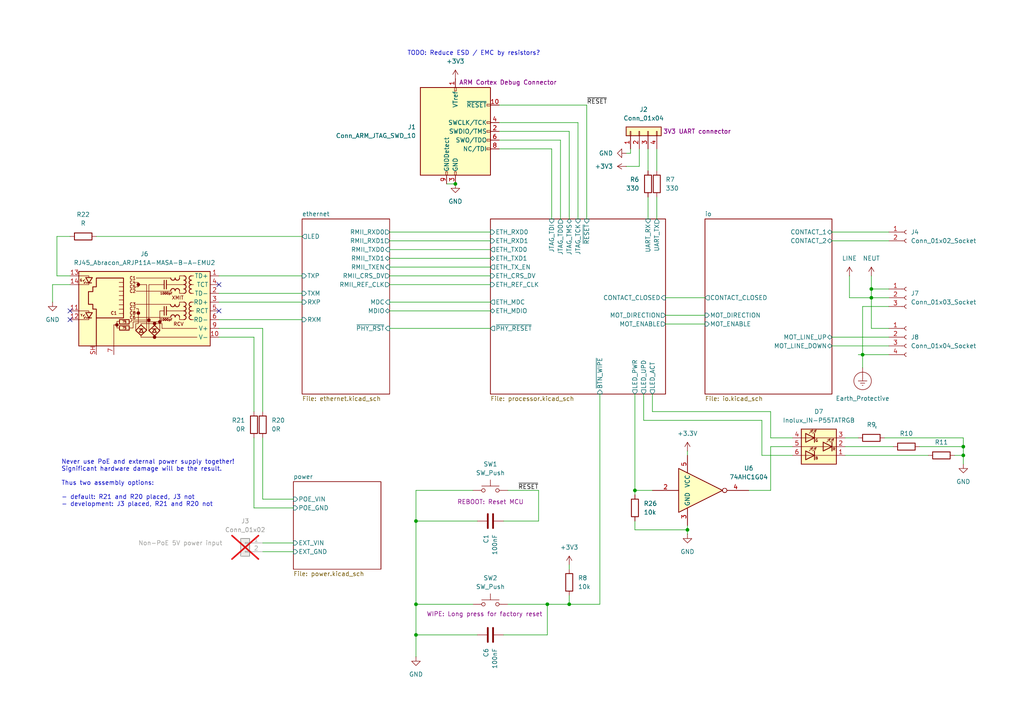
<source format=kicad_sch>
(kicad_sch (version 20250114) (generator "eeschema") (generator_version "9.0")
  (paper "A4")
  (title_block (title "iot-contact"))
  (lib_symbols
    (symbol "74xGxx:74AHC1G04"
      (property "Reference" "U" (at -2.54 3.81 0))
      (property "Value" "74AHC1G04" (at 0 -3.81 0))
      (symbol "74AHC1G04_0_1"
        (polyline (pts (xy -7.62 6.35) (xy -7.62 -6.35) (xy 5.08 0) (xy -7.62 6.35)) (stroke (width 0.254)) (fill (type background)))
      )
      (symbol "74AHC1G04_1_1"
        (pin input line (at -15.24 0 0) (length 7.62) (name "~") (number "2"))
        (pin power_in line (at -5.08 10.16 270) (length 5.08) (name "VCC") (number "5"))
        (pin power_in line (at -5.08 -10.16 90) (length 5.08) (name "GND") (number "3"))
        (pin output inverted (at 12.7 0 180) (length 7.62) (name "~") (number "4"))
      )
    )
    (symbol "Connector:Conn_01x02_Socket" (pin_names (offset 1.016) (hide yes))
      (property "Reference" "J" (at 0 2.54 0))
      (property "Value" "Conn_01x02_Socket" (at 0 -5.08 0))
      (symbol "Conn_01x02_Socket_1_1"
        (polyline (pts (xy -1.27 0) (xy -0.508 0)) (stroke (width 0.1524)))
        (polyline (pts (xy -1.27 -2.54) (xy -0.508 -2.54)) (stroke (width 0.1524)))
        (arc (start 0 -0.508) (mid -0.5058 0) (end 0 0.508) (stroke (width 0.1524)))
        (arc (start 0 -3.048) (mid -0.5058 -2.54) (end 0 -2.032) (stroke (width 0.1524)))
        (pin passive line (at -5.08 0 0) (length 3.81) (name "Pin_1") (number "1"))
        (pin passive line (at -5.08 -2.54 0) (length 3.81) (name "Pin_2") (number "2"))
      )
    )
    (symbol "Connector:Conn_01x03_Socket" (pin_names (offset 1.016) (hide yes))
      (property "Reference" "J" (at 0 5.08 0))
      (property "Value" "Conn_01x03_Socket" (at 0 -5.08 0))
      (symbol "Conn_01x03_Socket_1_1"
        (polyline (pts (xy -1.27 2.54) (xy -0.508 2.54)) (stroke (width 0.1524)))
        (polyline (pts (xy -1.27 0) (xy -0.508 0)) (stroke (width 0.1524)))
        (polyline (pts (xy -1.27 -2.54) (xy -0.508 -2.54)) (stroke (width 0.1524)))
        (arc (start 0 2.032) (mid -0.5058 2.54) (end 0 3.048) (stroke (width 0.1524)))
        (arc (start 0 -0.508) (mid -0.5058 0) (end 0 0.508) (stroke (width 0.1524)))
        (arc (start 0 -3.048) (mid -0.5058 -2.54) (end 0 -2.032) (stroke (width 0.1524)))
        (pin passive line (at -5.08 2.54 0) (length 3.81) (name "Pin_1") (number "1"))
        (pin passive line (at -5.08 0 0) (length 3.81) (name "Pin_2") (number "2"))
        (pin passive line (at -5.08 -2.54 0) (length 3.81) (name "Pin_3") (number "3"))
      )
    )
    (symbol "Connector:Conn_01x04_Socket" (pin_names (offset 1.016) (hide yes))
      (property "Reference" "J" (at 0 5.08 0))
      (property "Value" "Conn_01x04_Socket" (at 0 -7.62 0))
      (symbol "Conn_01x04_Socket_1_1"
        (polyline (pts (xy -1.27 2.54) (xy -0.508 2.54)) (stroke (width 0.1524)))
        (polyline (pts (xy -1.27 0) (xy -0.508 0)) (stroke (width 0.1524)))
        (polyline (pts (xy -1.27 -2.54) (xy -0.508 -2.54)) (stroke (width 0.1524)))
        (polyline (pts (xy -1.27 -5.08) (xy -0.508 -5.08)) (stroke (width 0.1524)))
        (arc (start 0 2.032) (mid -0.5058 2.54) (end 0 3.048) (stroke (width 0.1524)))
        (arc (start 0 -0.508) (mid -0.5058 0) (end 0 0.508) (stroke (width 0.1524)))
        (arc (start 0 -3.048) (mid -0.5058 -2.54) (end 0 -2.032) (stroke (width 0.1524)))
        (arc (start 0 -5.588) (mid -0.5058 -5.08) (end 0 -4.572) (stroke (width 0.1524)))
        (pin passive line (at -5.08 2.54 0) (length 3.81) (name "Pin_1") (number "1"))
        (pin passive line (at -5.08 0 0) (length 3.81) (name "Pin_2") (number "2"))
        (pin passive line (at -5.08 -2.54 0) (length 3.81) (name "Pin_3") (number "3"))
        (pin passive line (at -5.08 -5.08 0) (length 3.81) (name "Pin_4") (number "4"))
      )
    )
    (symbol "Connector:Conn_ARM_JTAG_SWD_10" (pin_names (offset 1.016))
      (property "Reference" "J" (at -2.54 16.51 0))
      (property "Value" "Conn_ARM_JTAG_SWD_10" (at -2.54 13.97 0))
      (symbol "Conn_ARM_JTAG_SWD_10_0_1"
        (rectangle (start -10.16 12.7) (end 10.16 -12.7) (stroke (width 0.254)) (fill (type background)))
        (rectangle (start -2.794 -12.7) (end -2.286 -11.684))
        (rectangle (start -0.254 12.7) (end 0.254 11.684))
        (rectangle (start -0.254 -12.7) (end 0.254 -11.684))
        (rectangle (start 9.144 2.286) (end 10.16 2.794))
        (rectangle (start 10.16 7.874) (end 9.144 7.366))
        (rectangle (start 10.16 -0.254) (end 9.144 0.254))
        (rectangle (start 10.16 -2.794) (end 9.144 -2.286))
      )
      (symbol "Conn_ARM_JTAG_SWD_10_1_1"
        (rectangle (start 9.144 -5.334) (end 10.16 -4.826))
        (pin no_connect line (at -10.16 0 0) (length 2.54) (hide yes) (name "KEY") (number "7"))
        (pin passive line (at -2.54 -15.24 90) (length 2.54) (name "GNDDetect") (number "9"))
        (pin power_in line (at 0 15.24 270) (length 2.54) (name "VTref") (number "1"))
        (pin power_in line (at 0 -15.24 90) (length 2.54) (name "GND") (number "3"))
        (pin passive line (at 0 -15.24 90) (length 2.54) (hide yes) (name "GND") (number "5"))
        (pin open_collector line (at 12.7 7.62 180) (length 2.54) (name "~{RESET}") (number "10"))
        (pin output line (at 12.7 2.54 180) (length 2.54) (name "SWCLK/TCK") (number "4"))
        (pin bidirectional line (at 12.7 0 180) (length 2.54) (name "SWDIO/TMS") (number "2"))
        (pin input line (at 12.7 -2.54 180) (length 2.54) (name "SWO/TDO") (number "6"))
        (pin output line (at 12.7 -5.08 180) (length 2.54) (name "NC/TDI") (number "8"))
      )
    )
    (symbol "Connector:RJ45_Abracon_ARJP11A-MASA-B-A-EMU2"
      (property "Reference" "J" (at 18.415 12.7 0))
      (property "Value" "RJ45_Abracon_ARJP11A-MASA-B-A-EMU2" (at -4.445 12.7 0))
      (symbol "RJ45_Abracon_ARJP11A-MASA-B-A-EMU2_0_0"
        (polyline (pts (xy -5.08 8.89) (xy -5.08 6.35)) (stroke (width 0.254)))
        (polyline (pts (xy -5.08 1.27) (xy -5.08 -1.27)) (stroke (width 0.254)))
        (polyline (pts (xy -4.445 8.89) (xy -4.445 6.35)) (stroke (width 0.254)))
        (polyline (pts (xy -4.445 1.27) (xy -4.445 -1.27)) (stroke (width 0.254)))
        (circle (center -3.175 -3.175) (radius 0.0001) (stroke (width 0.508)))
        (circle (center -1.651 -3.683) (radius 0.0001) (stroke (width 0.508)))
        (circle (center -1.651 -7.62) (radius 0.0001) (stroke (width 0.508)))
        (circle (center 0 -2.667) (radius 0.0001) (stroke (width 0.508)))
        (circle (center 3.048 7.62) (radius 0.0001) (stroke (width 0.508)))
        (circle (center 3.048 -0.635) (radius 0.0001) (stroke (width 0.508)))
        (polyline (pts (xy 3.683 8.255) (xy 3.048 8.255) (xy 3.048 6.985) (xy 3.683 6.985)))
        (polyline (pts (xy 3.683 0.635) (xy 3.048 0.635) (xy 3.048 -0.635) (xy 3.683 -0.635)))
        (polyline (pts (xy 8.636 -4.953) (xy 9.271 -4.953) (xy 9.271 -3.048) (xy 8.636 -3.048)))
        (polyline (pts (xy 9.271 -4.064) (xy 10.16 -4.064)))
        (circle (center 9.271 -4.064) (radius 0.0001) (stroke (width 0.508)))
        (polyline (pts (xy 17.399 9.652) (xy 17.399 10.16) (xy 20.32 10.16)))
        (polyline (pts (xy 17.399 -0.508) (xy 17.399 0) (xy 20.32 0)))
        (polyline (pts (xy 20.32 7.62) (xy 17.399 7.62) (xy 17.399 8.128)))
        (polyline (pts (xy 20.32 -2.54) (xy 17.399 -2.54) (xy 17.399 -2.032)))
        (text "XMIT" (at -10.16 3.81 0) (effects (font (size 1.016 1.016)) (justify left)))
        (text "RCV" (at -10.16 -3.81 0) (effects (font (size 1.016 1.016)) (justify left)))
        (text "C1" (at 4.699 9.525 0) (effects (font (size 0.889 0.889))))
        (text "C4" (at 4.699 8.255 0) (effects (font (size 0.889 0.889))))
        (text "C5" (at 4.699 6.985 0) (effects (font (size 0.889 0.889))))
        (text "C2" (at 4.699 5.715 0) (effects (font (size 0.889 0.889))))
        (text "C3" (at 4.699 1.905 0) (effects (font (size 0.889 0.889))))
        (text "C7" (at 4.699 0.635 0) (effects (font (size 0.889 0.889))))
        (text "C8" (at 4.699 -0.635 0) (effects (font (size 0.889 0.889))))
        (text "C6" (at 4.699 -1.905 0) (effects (font (size 0.889 0.889))))
        (text "C1" (at 10.16 -0.635 0) (effects (font (size 0.889 0.889))))
      )
      (symbol "RJ45_Abracon_ARJP11A-MASA-B-A-EMU2_0_1"
        (rectangle (start -17.78 11.43) (end 20.32 -10.16) (stroke (width 0.254)) (fill (type background)))
        (polyline (pts (xy -12.3163 10.16) (xy -12.9513 10.16)))
        (polyline (pts (xy -12.3163 7.62) (xy -12.9513 7.62)))
        (polyline (pts (xy -12.3163 5.08) (xy -12.9513 5.08)))
        (polyline (pts (xy -12.3163 2.54) (xy -12.9513 2.54)))
        (polyline (pts (xy -12.3163 0) (xy -12.9513 0)))
        (polyline (pts (xy -12.3163 -2.54) (xy -12.9513 -2.54)))
        (polyline (pts (xy -10.16 10.16) (xy -8.89 10.16) (xy -8.89 9.525)))
        (polyline (pts (xy -10.16 2.54) (xy -8.89 2.54) (xy -8.89 1.905)))
        (polyline (pts (xy -8.89 5.715) (xy -8.89 5.08) (xy -10.16 5.08)))
        (polyline (pts (xy -8.89 -1.905) (xy -8.89 -2.54) (xy -10.16 -2.54)))
        (polyline (pts (xy -6.35 9.525) (xy 3.683 9.525)))
        (polyline (pts (xy -6.35 5.715) (xy 3.683 5.715)))
        (polyline (pts (xy -6.35 -1.905) (xy 3.683 -1.905)))
        (polyline (pts (xy -6.223 1.905) (xy 3.683 1.905)))
        (polyline (pts (xy -5.08 7.62) (xy -10.16 7.62)))
        (polyline (pts (xy -5.08 0) (xy -10.16 0)))
        (polyline (pts (xy -4.445 7.62) (xy 0 7.62) (xy 0 -5.715)))
        (polyline (pts (xy -4.445 0) (xy -3.175 0) (xy -3.175 -5.715)))
        (polyline (pts (xy 7.366 5.715) (xy 8.636 5.715)))
        (polyline (pts (xy 7.366 4.445) (xy 8.636 4.445)))
        (polyline (pts (xy 7.366 3.175) (xy 8.636 3.175)))
        (polyline (pts (xy 7.366 1.778) (xy 8.636 1.778)))
        (polyline (pts (xy 7.366 0.508) (xy 8.636 0.508)))
        (polyline (pts (xy 8.636 8.255) (xy 7.366 8.255)))
        (polyline (pts (xy 8.636 6.985) (xy 7.366 6.985)))
        (polyline (pts (xy 8.636 -0.762) (xy 7.366 -0.762)))
      )
      (symbol "RJ45_Abracon_ARJP11A-MASA-B-A-EMU2_1_0"
        (text "1000pF" (at -5.08 5.08 0) (effects (font (size 0.635 0.635))))
        (text "1000pF" (at -5.08 -2.54 0) (effects (font (size 0.635 0.635))))
      )
      (symbol "RJ45_Abracon_ARJP11A-MASA-B-A-EMU2_1_1"
        (polyline (pts (xy -13.97 -5.08) (xy -3.81 -5.08)))
        (polyline (pts (xy -13.97 -7.62) (xy 2.286 -7.62)))
        (arc (start -12.3163 2.54) (mid -11.684 1.905) (end -12.3163 1.27) (stroke (width 0.254)))
        (arc (start -12.3136 10.16) (mid -11.6813 9.525) (end -12.3136 8.89) (stroke (width 0.254)))
        (arc (start -12.3136 1.27) (mid -11.6813 0.635) (end -12.3136 0) (stroke (width 0.254)))
        (arc (start -12.3136 0) (mid -11.6813 -0.635) (end -12.3136 -1.27) (stroke (width 0.254)))
        (arc (start -12.3136 -1.27) (mid -11.6813 -1.905) (end -12.3136 -2.54) (stroke (width 0.254)))
        (arc (start -12.3109 8.89) (mid -11.6786 8.255) (end -12.3109 7.62) (stroke (width 0.254)))
        (arc (start -12.3109 7.62) (mid -11.6786 6.985) (end -12.3109 6.35) (stroke (width 0.254)))
        (arc (start -12.3109 6.35) (mid -11.6786 5.715) (end -12.3109 5.08) (stroke (width 0.254)))
        (arc (start -10.1654 8.89) (mid -10.7977 9.525) (end -10.1654 10.16) (stroke (width 0.254)))
        (arc (start -10.1654 7.62) (mid -10.7977 8.255) (end -10.1654 8.89) (stroke (width 0.254)))
        (arc (start -10.1654 6.35) (mid -10.7977 6.985) (end -10.1654 7.62) (stroke (width 0.254)))
        (arc (start -10.1654 1.27) (mid -10.7977 1.905) (end -10.1654 2.54) (stroke (width 0.254)))
        (arc (start -10.1654 0) (mid -10.7977 0.635) (end -10.1654 1.27) (stroke (width 0.254)))
        (arc (start -10.1654 -1.27) (mid -10.7977 -0.635) (end -10.1654 0) (stroke (width 0.254)))
        (arc (start -10.1627 5.08) (mid -10.795 5.715) (end -10.1627 6.35) (stroke (width 0.254)))
        (arc (start -10.1627 -2.54) (mid -10.795 -1.905) (end -10.1627 -1.27) (stroke (width 0.254)))
        (arc (start -7.62 9.5223) (mid -8.255 8.89) (end -8.89 9.5223) (stroke (width 0.254)))
        (arc (start -8.89 5.8447) (mid -8.255 6.477) (end -7.62 5.8447) (stroke (width 0.254)))
        (arc (start -8.89 -1.7753) (mid -8.255 -1.143) (end -7.62 -1.7753) (stroke (width 0.254)))
        (arc (start -7.5565 1.8388) (mid -8.1915 1.2065) (end -8.8265 1.8388) (stroke (width 0.254)))
        (arc (start -6.35 9.525) (mid -6.985 8.8927) (end -7.62 9.525) (stroke (width 0.254)))
        (arc (start -7.62 5.8474) (mid -6.985 6.4797) (end -6.35 5.8474) (stroke (width 0.254)))
        (arc (start -7.62 -1.7726) (mid -6.985 -1.1403) (end -6.35 -1.7726) (stroke (width 0.254)))
        (arc (start -6.2865 1.8415) (mid -6.9215 1.2092) (end -7.5565 1.8415) (stroke (width 0.254)))
        (polyline (pts (xy -3.81 -5.08) (xy -3.81 -3.683) (xy -1.651 -3.683)))
        (polyline (pts (xy -2.159 -5.207) (xy -1.016 -5.207)) (stroke (width 0.254)))
        (polyline (pts (xy -2.159 -6.223) (xy -1.016 -6.223) (xy -1.651 -5.207) (xy -2.159 -6.223)) (stroke (width 0.254)))
        (polyline (pts (xy -1.905 -3.683) (xy -1.651 -3.683) (xy -1.651 -4.191)))
        (polyline (pts (xy -1.651 -3.683) (xy 2.286 -3.683) (xy 2.286 -4.064)))
        (polyline (pts (xy -1.651 -4.191) (xy -3.175 -5.715) (xy -1.651 -7.239) (xy 0 -5.715) (xy -1.651 -4.191)) (stroke (width 0.254)))
        (polyline (pts (xy -1.651 -7.239) (xy -1.651 -7.493)))
        (polyline (pts (xy 1.651 -5.207) (xy 2.794 -5.207)) (stroke (width 0.254)))
        (polyline (pts (xy 1.651 -6.223) (xy 2.794 -6.223) (xy 2.159 -5.207) (xy 1.651 -6.223)) (stroke (width 0.254)))
        (polyline (pts (xy 2.286 -4.064) (xy 0.635 -5.588) (xy 2.286 -7.112) (xy 3.81 -5.715) (xy 2.286 -4.064)) (stroke (width 0.254)))
        (polyline (pts (xy 2.286 -7.112) (xy 2.286 -7.62)))
        (polyline (pts (xy 3.048 7.62) (xy 0.635 7.62) (xy 0.635 -5.588)))
        (polyline (pts (xy 3.048 -0.508) (xy 3.048 -3.683) (xy 3.81 -3.683) (xy 3.81 -5.715)))
        (polyline (pts (xy 5.715 -3.175) (xy 5.08 -3.175) (xy 5.08 -2.667) (xy 0 -2.667)))
        (polyline (pts (xy 5.715 -4.953) (xy 4.572 -4.953) (xy 4.572 -3.175) (xy -3.175 -3.175)))
        (polyline (pts (xy 7.366 -2.032) (xy 7.366 9.525) (xy 15.24 9.525) (xy 15.24 6.985) (xy 16.256 6.985) (xy 16.256 5.588) (xy 17.526 5.588) (xy 17.526 1.905) (xy 16.256 1.905) (xy 16.256 0.508) (xy 15.24 0.508) (xy 15.24 -2.032) (xy 7.366 -2.032)) (stroke (width 0.254)))
        (rectangle (start 8.509 -3.81) (end 5.715 -2.54) (stroke (width 0.254)))
        (rectangle (start 8.509 -5.588) (end 5.715 -4.318) (stroke (width 0.254)))
        (polyline (pts (xy 10.16 -4.064) (xy 10.16 -10.16)))
        (polyline (pts (xy 15.24 -10.16) (xy 15.24 -2.032)) (stroke (width 0.254)))
        (polyline (pts (xy 18.161 8.128) (xy 16.637 8.128)) (stroke (width 0.254)))
        (polyline (pts (xy 18.161 -2.032) (xy 16.637 -2.032)) (stroke (width 0.254)))
        (polyline (pts (xy 18.288 9.652) (xy 16.383 9.652) (xy 17.399 8.128) (xy 18.288 9.652)) (stroke (width 0.254)))
        (polyline (pts (xy 18.288 8.509) (xy 18.796 8.001) (xy 18.542 8.001)))
        (polyline (pts (xy 18.288 -0.508) (xy 16.383 -0.508) (xy 17.399 -2.032) (xy 18.288 -0.508)) (stroke (width 0.254)))
        (polyline (pts (xy 18.288 -1.651) (xy 18.796 -2.159) (xy 18.542 -2.159)))
        (polyline (pts (xy 18.542 9.144) (xy 19.05 8.636) (xy 18.796 8.636)))
        (polyline (pts (xy 18.542 -1.016) (xy 19.05 -1.524) (xy 18.796 -1.524)))
        (polyline (pts (xy 18.796 8.001) (xy 18.796 8.255)))
        (polyline (pts (xy 18.796 -2.159) (xy 18.796 -1.905)))
        (polyline (pts (xy 19.05 8.636) (xy 19.05 8.89)))
        (polyline (pts (xy 19.05 -1.524) (xy 19.05 -1.27)))
        (text "75" (at 7.112 -3.175 0) (effects (font (size 0.635 0.635))))
        (text "75" (at 7.112 -4.953 0) (effects (font (size 0.635 0.635))))
        (text "Y" (at 19.558 -1.27 0) (effects (font (size 0.635 0.635))))
        (text "G" (at 19.685 8.89 0) (effects (font (size 0.635 0.635))))
        (pin passive line (at -20.32 10.16 0) (length 2.54) (name "TD+") (number "1"))
        (pin passive line (at -20.32 7.62 0) (length 2.54) (name "TCT") (number "4"))
        (pin passive line (at -20.32 5.08 0) (length 2.54) (name "TD-") (number "2"))
        (pin passive line (at -20.32 2.54 0) (length 2.54) (name "RD+") (number "3"))
        (pin passive line (at -20.32 0 0) (length 2.54) (name "RCT") (number "5"))
        (pin passive line (at -20.32 -2.54 0) (length 2.54) (name "RD-") (number "6"))
        (pin power_out line (at -20.32 -5.08 0) (length 2.54) (name "V+") (number "9"))
        (pin power_out line (at -20.32 -7.62 0) (length 2.54) (name "V-") (number "10"))
        (pin power_in line (at 10.16 -12.7 90) (length 2.54) (name "") (number "7"))
        (pin passive line (at 15.24 -12.7 90) (length 2.54) (name "") (number "SH"))
        (pin no_connect line (at 20.32 5.08 0) (length 0) (hide yes) (name "NC") (number "8"))
        (pin passive line (at 22.86 10.16 180) (length 2.54) (name "") (number "13"))
        (pin passive line (at 22.86 7.62 180) (length 2.54) (name "") (number "14"))
        (pin passive line (at 22.86 0 180) (length 2.54) (name "") (number "11"))
        (pin passive line (at 22.86 -2.54 180) (length 2.54) (name "") (number "12"))
      )
    )
    (symbol "Connector_Generic:Conn_01x02" (pin_names (offset 1.016) (hide yes))
      (property "Reference" "J" (at 0 2.54 0))
      (property "Value" "Conn_01x02" (at 0 -5.08 0))
      (symbol "Conn_01x02_1_1"
        (rectangle (start -1.27 1.27) (end 1.27 -3.81) (stroke (width 0.254)) (fill (type background)))
        (rectangle (start -1.27 0.127) (end 0 -0.127) (stroke (width 0.1524)))
        (rectangle (start -1.27 -2.413) (end 0 -2.667) (stroke (width 0.1524)))
        (pin passive line (at -5.08 0 0) (length 3.81) (name "Pin_1") (number "1"))
        (pin passive line (at -5.08 -2.54 0) (length 3.81) (name "Pin_2") (number "2"))
      )
    )
    (symbol "Connector_Generic:Conn_01x04" (pin_names (offset 1.016) (hide yes))
      (property "Reference" "J" (at 0 5.08 0))
      (property "Value" "Conn_01x04" (at 0 -7.62 0))
      (symbol "Conn_01x04_1_1"
        (rectangle (start -1.27 3.81) (end 1.27 -6.35) (stroke (width 0.254)) (fill (type background)))
        (rectangle (start -1.27 2.667) (end 0 2.413) (stroke (width 0.1524)))
        (rectangle (start -1.27 0.127) (end 0 -0.127) (stroke (width 0.1524)))
        (rectangle (start -1.27 -2.413) (end 0 -2.667) (stroke (width 0.1524)))
        (rectangle (start -1.27 -4.953) (end 0 -5.207) (stroke (width 0.1524)))
        (pin passive line (at -5.08 2.54 0) (length 3.81) (name "Pin_1") (number "1"))
        (pin passive line (at -5.08 0 0) (length 3.81) (name "Pin_2") (number "2"))
        (pin passive line (at -5.08 -2.54 0) (length 3.81) (name "Pin_3") (number "3"))
        (pin passive line (at -5.08 -5.08 0) (length 3.81) (name "Pin_4") (number "4"))
      )
    )
    (symbol "Device:C" (pin_numbers (hide yes)) (pin_names (offset 0.254))
      (property "Reference" "C" (at 0.635 2.54 0))
      (property "Value" "C" (at 0.635 -2.54 0))
      (symbol "C_0_1"
        (polyline (pts (xy -2.032 0.762) (xy 2.032 0.762)) (stroke (width 0.508)))
        (polyline (pts (xy -2.032 -0.762) (xy 2.032 -0.762)) (stroke (width 0.508)))
      )
      (symbol "C_1_1"
        (pin passive line (at 0 3.81 270) (length 2.794) (name "~") (number "1"))
        (pin passive line (at 0 -3.81 90) (length 2.794) (name "~") (number "2"))
      )
    )
    (symbol "Device:R" (pin_numbers (hide yes)) (pin_names (offset 0))
      (property "Reference" "R" (at 2.032 0 90))
      (property "Value" "R" (at 0 0 90))
      (symbol "R_0_1"
        (rectangle (start -1.016 -2.54) (end 1.016 2.54) (stroke (width 0.254)))
      )
      (symbol "R_1_1"
        (pin passive line (at 0 3.81 270) (length 1.27) (name "~") (number "1"))
        (pin passive line (at 0 -3.81 90) (length 1.27) (name "~") (number "2"))
      )
    )
    (symbol "LED:Inolux_IN-P55TATRGB" (pin_names (hide yes))
      (property "Reference" "D" (at -5.08 6.35 0))
      (property "Value" "Inolux_IN-P55TATRGB" (at -5.08 -6.35 0))
      (symbol "Inolux_IN-P55TATRGB_0_0"
        (text "B" (at -0.635 -3.3274 0) (effects (font (size 0.762 0.762))))
      )
      (symbol "Inolux_IN-P55TATRGB_0_1"
        (rectangle (start -5.08 5.08) (end 5.08 -5.08) (stroke (width 0.254)) (fill (type background)))
        (polyline (pts (xy -5.08 2.54) (xy 5.08 2.54)))
        (polyline (pts (xy -5.08 0) (xy 5.08 0)))
        (polyline (pts (xy -5.08 -2.54) (xy 5.08 -2.54)))
        (polyline (pts (xy -3.81 3.81) (xy -3.81 1.27) (xy -1.27 2.54) (xy -3.81 3.81)) (stroke (width 0.254)))
        (polyline (pts (xy -3.81 -1.27) (xy -3.81 -3.81) (xy -1.27 -2.54) (xy -3.81 -1.27)) (stroke (width 0.254)))
        (polyline (pts (xy -2.794 3.81) (xy -1.778 4.826)))
        (polyline (pts (xy -2.794 -1.27) (xy -1.778 -0.254)))
        (polyline (pts (xy -2.54 4.572) (xy -1.778 4.826) (xy -2.032 4.064)))
        (polyline (pts (xy -2.032 -1.016) (xy -1.778 -0.254) (xy -2.54 -0.508)))
        (polyline (pts (xy -1.778 3.81) (xy -0.762 4.826)))
        (polyline (pts (xy -1.778 -1.27) (xy -0.762 -0.254)))
        (polyline (pts (xy -1.524 4.572) (xy -0.762 4.826) (xy -1.016 4.064)))
        (polyline (pts (xy -1.524 -0.508) (xy -0.762 -0.254) (xy -1.016 -1.016)))
        (polyline (pts (xy -1.27 3.81) (xy -1.27 1.27)) (stroke (width 0.254)))
        (polyline (pts (xy -1.27 -1.27) (xy -1.27 -3.81)) (stroke (width 0.254)))
        (polyline (pts (xy 1.27 1.27) (xy 1.27 -1.27) (xy 3.81 0) (xy 1.27 1.27)) (stroke (width 0.254)))
        (polyline (pts (xy 2.286 1.27) (xy 3.302 2.286)))
        (polyline (pts (xy 3.048 1.524) (xy 3.302 2.286) (xy 2.54 2.032)))
        (polyline (pts (xy 3.302 1.27) (xy 4.318 2.286)))
        (polyline (pts (xy 3.556 2.032) (xy 4.318 2.286) (xy 4.064 1.524)))
        (polyline (pts (xy 3.81 1.27) (xy 3.81 -1.27)) (stroke (width 0.254)))
      )
      (symbol "Inolux_IN-P55TATRGB_1_0"
        (text "G" (at -0.635 1.8034 0) (effects (font (size 0.762 0.762))))
        (text "R" (at 4.4196 -0.7112 0) (effects (font (size 0.762 0.762))))
      )
      (symbol "Inolux_IN-P55TATRGB_1_1"
        (pin passive line (at -7.62 2.54 0) (length 2.54) (name "AG") (number "4"))
        (pin passive line (at -7.62 0 0) (length 2.54) (name "AR") (number "5"))
        (pin passive line (at -7.62 -2.54 0) (length 2.54) (name "AB") (number "6"))
        (pin passive line (at 7.62 2.54 180) (length 2.54) (name "KG") (number "3"))
        (pin passive line (at 7.62 0 180) (length 2.54) (name "KR") (number "2"))
        (pin passive line (at 7.62 -2.54 180) (length 2.54) (name "KB") (number "1"))
      )
    )
    (symbol "Switch:SW_Push" (pin_numbers (hide yes)) (pin_names (offset 1.016) (hide yes))
      (property "Reference" "SW" (at 1.27 2.54 0))
      (property "Value" "SW_Push" (at 0 -1.524 0))
      (symbol "SW_Push_0_1"
        (circle (center -2.032 0) (radius 0.508))
        (polyline (pts (xy 0 1.27) (xy 0 3.048)))
        (circle (center 2.032 0) (radius 0.508))
        (polyline (pts (xy 2.54 1.27) (xy -2.54 1.27)))
        (pin passive line (at -5.08 0 0) (length 2.54) (name "1") (number "1"))
        (pin passive line (at 5.08 0 180) (length 2.54) (name "2") (number "2"))
      )
    )
    (symbol "power:+3.3V" (power) (pin_numbers (hide yes)) (pin_names (offset 0) (hide yes))
      (property "Value" "+3.3V" (at 0 3.556 0))
      (symbol "+3.3V_0_1"
        (polyline (pts (xy -0.762 1.27) (xy 0 2.54)))
        (polyline (pts (xy 0 2.54) (xy 0.762 1.27)))
        (polyline (pts (xy 0 0) (xy 0 2.54)))
      )
      (symbol "+3.3V_1_1"
        (pin power_in line (at 0 0 90) (length 0) (name "~") (number "1"))
      )
    )
    (symbol "power:+3V3" (power) (pin_numbers (hide yes)) (pin_names (offset 0) (hide yes))
      (property "Value" "+3V3" (at 0 3.556 0))
      (symbol "+3V3_0_1"
        (polyline (pts (xy -0.762 1.27) (xy 0 2.54)))
        (polyline (pts (xy 0 2.54) (xy 0.762 1.27)))
        (polyline (pts (xy 0 0) (xy 0 2.54)))
      )
      (symbol "+3V3_1_1"
        (pin power_in line (at 0 0 90) (length 0) (name "~") (number "1"))
      )
    )
    (symbol "power:Earth_Protective" (power) (pin_numbers (hide yes)) (pin_names (offset 0) (hide yes))
      (property "Value" "Earth_Protective" (at 0 -7.62 0))
      (symbol "Earth_Protective_0_1"
        (polyline (pts (xy -0.635 -4.445) (xy 0.635 -4.445)))
        (polyline (pts (xy -0.127 -5.08) (xy 0.127 -5.08)))
        (polyline (pts (xy 0 -3.81) (xy 0 0)))
        (circle (center 0 -3.81) (radius 2.54))
        (polyline (pts (xy 1.27 -3.81) (xy -1.27 -3.81)))
      )
      (symbol "Earth_Protective_1_1"
        (pin power_in line (at 0 0 270) (length 0) (name "~") (number "1"))
      )
    )
    (symbol "power:GND" (power) (pin_numbers (hide yes)) (pin_names (offset 0) (hide yes))
      (property "Value" "GND" (at 0 -3.81 0))
      (symbol "GND_0_1"
        (polyline (pts (xy 0 0) (xy 0 -1.27) (xy 1.27 -1.27) (xy 0 -2.54) (xy -1.27 -1.27) (xy 0 -1.27)))
      )
      (symbol "GND_1_1"
        (pin power_in line (at 0 0 270) (length 0) (name "~") (number "1"))
      )
    )
    (symbol "power:LINE" (power) (pin_numbers (hide yes)) (pin_names (offset 0) (hide yes))
      (property "Value" "LINE" (at 0 3.556 0))
      (symbol "LINE_0_1"
        (polyline (pts (xy -0.762 1.27) (xy 0 2.54)))
        (polyline (pts (xy 0 2.54) (xy 0.762 1.27)))
        (polyline (pts (xy 0 0) (xy 0 2.54)))
      )
      (symbol "LINE_1_1"
        (pin power_in line (at 0 0 90) (length 0) (name "~") (number "1"))
      )
    )
    (symbol "power:NEUT" (power) (pin_numbers (hide yes)) (pin_names (offset 0) (hide yes))
      (property "Value" "NEUT" (at 0 3.556 0))
      (symbol "NEUT_0_1"
        (polyline (pts (xy -0.762 1.27) (xy 0 2.54)))
        (polyline (pts (xy 0 2.54) (xy 0.762 1.27)))
        (polyline (pts (xy 0 0) (xy 0 2.54)))
      )
      (symbol "NEUT_1_1"
        (pin power_in line (at 0 0 90) (length 0) (name "~") (number "1"))
      )
    )
  )
  (text "Never use PoE and external power supply together!\nSignificant hardware damage will be the result.\n\nThus two assembly options:\n\n- default: R21 and R20 placed, J3 not\n- development: J3 placed, R21 and R20 not" (at 17.78 140.208 0) (effects (font (size 1.27 1.27)) (justify left)))
  (text "TODO: Reduce ESD / EMC by resistors?" (at 137.414 15.494 0) (effects (font (size 1.27 1.27))))
  (junction (at 199.39 153.67))
  (junction (at 120.65 184.15))
  (junction (at 250.19 102.87))
  (junction (at 120.65 175.26))
  (junction (at 279.4 129.54))
  (junction (at 165.1 175.26))
  (junction (at 184.15 142.24))
  (junction (at 120.65 151.13))
  (junction (at 158.75 175.26))
  (junction (at 252.73 86.36))
  (junction (at 279.4 132.08))
  (junction (at 252.73 83.82))
  (junction (at 132.08 53.34))
  (no_connect (at 63.5 90.17))
  (no_connect (at 63.5 82.55))
  (no_connect (at 20.32 90.17))
  (no_connect (at 20.32 92.71))
  (wire (pts (xy 162.56 40.64) (xy 162.56 63.5)))
  (wire (pts (xy 184.15 142.24) (xy 189.23 142.24)))
  (wire (pts (xy 190.5 57.15) (xy 190.5 63.5)))
  (wire (pts (xy 220.98 121.92) (xy 220.98 132.08)))
  (wire (pts (xy 120.65 175.26) (xy 137.16 175.26)))
  (wire (pts (xy 120.65 175.26) (xy 120.65 184.15)))
  (wire (pts (xy 241.3 97.79) (xy 257.81 97.79)))
  (wire (pts (xy 257.81 95.25) (xy 252.73 95.25)))
  (wire (pts (xy 113.03 69.85) (xy 142.24 69.85)))
  (wire (pts (xy 76.2 127) (xy 76.2 144.78)))
  (wire (pts (xy 217.17 142.24) (xy 223.52 142.24)))
  (wire (pts (xy 223.52 127) (xy 229.87 127)))
  (wire (pts (xy 250.19 102.87) (xy 248.92 102.87)))
  (wire (pts (xy 241.3 67.31) (xy 257.81 67.31)))
  (wire (pts (xy 113.03 74.93) (xy 142.24 74.93)))
  (wire (pts (xy 266.7 129.54) (xy 279.4 129.54)))
  (wire (pts (xy 146.05 151.13) (xy 156.21 151.13)))
  (wire (pts (xy 185.42 48.26) (xy 181.61 48.26)))
  (wire (pts (xy 158.75 184.15) (xy 158.75 175.26)))
  (wire (pts (xy 245.11 127) (xy 248.92 127)))
  (wire (pts (xy 252.73 86.36) (xy 257.81 86.36)))
  (wire (pts (xy 199.39 153.67) (xy 199.39 154.94)))
  (wire (pts (xy 147.32 175.26) (xy 158.75 175.26)))
  (wire (pts (xy 113.03 95.25) (xy 142.24 95.25)))
  (wire (pts (xy 220.98 132.08) (xy 229.87 132.08)))
  (wire (pts (xy 279.4 132.08) (xy 279.4 134.62)))
  (wire (pts (xy 252.73 95.25) (xy 252.73 86.36)))
  (wire (pts (xy 20.32 82.55) (xy 15.24 82.55)))
  (wire (pts (xy 144.78 35.56) (xy 167.64 35.56)))
  (wire (pts (xy 165.1 175.26) (xy 158.75 175.26)))
  (wire (pts (xy 193.04 86.36) (xy 204.47 86.36)))
  (wire (pts (xy 144.78 30.48) (xy 170.18 30.48)))
  (wire (pts (xy 223.52 129.54) (xy 229.87 129.54)))
  (wire (pts (xy 246.38 86.36) (xy 252.73 86.36)))
  (wire (pts (xy 170.18 30.48) (xy 170.18 63.5)))
  (wire (pts (xy 16.51 68.58) (xy 16.51 80.01)))
  (wire (pts (xy 173.99 114.3) (xy 173.99 175.26)))
  (wire (pts (xy 27.94 68.58) (xy 87.63 68.58)))
  (wire (pts (xy 120.65 142.24) (xy 120.65 151.13)))
  (wire (pts (xy 184.15 142.24) (xy 184.15 143.51)))
  (wire (pts (xy 184.15 114.3) (xy 184.15 142.24)))
  (wire (pts (xy 113.03 77.47) (xy 142.24 77.47)))
  (wire (pts (xy 223.52 119.38) (xy 223.52 127)))
  (wire (pts (xy 241.3 69.85) (xy 257.81 69.85)))
  (wire (pts (xy 186.69 114.3) (xy 186.69 121.92)))
  (wire (pts (xy 129.54 53.34) (xy 132.08 53.34)))
  (wire (pts (xy 189.23 119.38) (xy 223.52 119.38)))
  (wire (pts (xy 16.51 80.01) (xy 20.32 80.01)))
  (wire (pts (xy 144.78 40.64) (xy 162.56 40.64)))
  (wire (pts (xy 279.4 129.54) (xy 279.4 132.08)))
  (wire (pts (xy 73.66 97.79) (xy 73.66 119.38)))
  (wire (pts (xy 184.15 153.67) (xy 199.39 153.67)))
  (wire (pts (xy 276.86 132.08) (xy 279.4 132.08)))
  (wire (pts (xy 181.61 44.45) (xy 182.88 44.45)))
  (wire (pts (xy 252.73 83.82) (xy 257.81 83.82)))
  (wire (pts (xy 199.39 152.4) (xy 199.39 153.67)))
  (wire (pts (xy 187.96 57.15) (xy 187.96 63.5)))
  (wire (pts (xy 63.5 95.25) (xy 76.2 95.25)))
  (wire (pts (xy 120.65 151.13) (xy 120.65 175.26)))
  (wire (pts (xy 63.5 92.71) (xy 87.63 92.71)))
  (wire (pts (xy 189.23 114.3) (xy 189.23 119.38)))
  (wire (pts (xy 250.19 102.87) (xy 250.19 88.9)))
  (wire (pts (xy 185.42 43.18) (xy 185.42 48.26)))
  (wire (pts (xy 252.73 83.82) (xy 252.73 86.36)))
  (wire (pts (xy 144.78 43.18) (xy 160.02 43.18)))
  (wire (pts (xy 120.65 151.13) (xy 138.43 151.13)))
  (wire (pts (xy 223.52 142.24) (xy 223.52 129.54)))
  (wire (pts (xy 165.1 163.83) (xy 165.1 165.1)))
  (wire (pts (xy 187.96 43.18) (xy 187.96 49.53)))
  (wire (pts (xy 165.1 172.72) (xy 165.1 175.26)))
  (wire (pts (xy 182.88 44.45) (xy 182.88 43.18)))
  (wire (pts (xy 120.65 184.15) (xy 120.65 190.5)))
  (wire (pts (xy 76.2 160.02) (xy 85.09 160.02)))
  (wire (pts (xy 165.1 38.1) (xy 165.1 63.5)))
  (wire (pts (xy 113.03 67.31) (xy 142.24 67.31)))
  (wire (pts (xy 256.54 127) (xy 279.4 127)))
  (wire (pts (xy 73.66 127) (xy 73.66 147.32)))
  (wire (pts (xy 63.5 97.79) (xy 73.66 97.79)))
  (wire (pts (xy 190.5 43.18) (xy 190.5 49.53)))
  (wire (pts (xy 193.04 91.44) (xy 204.47 91.44)))
  (wire (pts (xy 76.2 144.78) (xy 85.09 144.78)))
  (wire (pts (xy 113.03 80.01) (xy 142.24 80.01)))
  (wire (pts (xy 173.99 175.26) (xy 165.1 175.26)))
  (wire (pts (xy 167.64 35.56) (xy 167.64 63.5)))
  (wire (pts (xy 246.38 80.01) (xy 246.38 86.36)))
  (wire (pts (xy 63.5 80.01) (xy 87.63 80.01)))
  (wire (pts (xy 184.15 151.13) (xy 184.15 153.67)))
  (wire (pts (xy 250.19 102.87) (xy 257.81 102.87)))
  (wire (pts (xy 250.19 106.68) (xy 250.19 102.87)))
  (wire (pts (xy 113.03 87.63) (xy 142.24 87.63)))
  (wire (pts (xy 113.03 90.17) (xy 142.24 90.17)))
  (wire (pts (xy 144.78 38.1) (xy 165.1 38.1)))
  (wire (pts (xy 250.19 88.9) (xy 257.81 88.9)))
  (wire (pts (xy 252.73 80.01) (xy 252.73 83.82)))
  (wire (pts (xy 160.02 43.18) (xy 160.02 63.5)))
  (wire (pts (xy 76.2 157.48) (xy 85.09 157.48)))
  (wire (pts (xy 113.03 82.55) (xy 142.24 82.55)))
  (wire (pts (xy 120.65 142.24) (xy 137.16 142.24)))
  (wire (pts (xy 186.69 121.92) (xy 220.98 121.92)))
  (wire (pts (xy 245.11 129.54) (xy 259.08 129.54)))
  (wire (pts (xy 193.04 93.98) (xy 204.47 93.98)))
  (wire (pts (xy 73.66 147.32) (xy 85.09 147.32)))
  (wire (pts (xy 241.3 100.33) (xy 257.81 100.33)))
  (wire (pts (xy 279.4 127) (xy 279.4 129.54)))
  (wire (pts (xy 199.39 130.81) (xy 199.39 132.08)))
  (wire (pts (xy 147.32 142.24) (xy 156.21 142.24)))
  (wire (pts (xy 20.32 68.58) (xy 16.51 68.58)))
  (wire (pts (xy 146.05 184.15) (xy 158.75 184.15)))
  (wire (pts (xy 113.03 72.39) (xy 142.24 72.39)))
  (wire (pts (xy 15.24 82.55) (xy 15.24 87.63)))
  (wire (pts (xy 76.2 95.25) (xy 76.2 119.38)))
  (wire (pts (xy 138.43 184.15) (xy 120.65 184.15)))
  (wire (pts (xy 63.5 85.09) (xy 87.63 85.09)))
  (wire (pts (xy 245.11 132.08) (xy 269.24 132.08)))
  (wire (pts (xy 156.21 151.13) (xy 156.21 142.24)))
  (wire (pts (xy 63.5 87.63) (xy 87.63 87.63)))
  (label "~{RESET}" (at 170.18 30.48 0))
  (label "~{RESET}" (at 156.21 142.24 180))
  (symbol (lib_id "Device:R") (at 273.05 132.08 270) (unit 1)
    (property "Reference" "R11" (at 273.05 128.27 90))
    (property "Description" "Resistor" (effects (hide yes)))
  )
  (symbol (lib_id "Connector:RJ45_Abracon_ARJP11A-MASA-B-A-EMU2") (at 43.18 90.17 0) (mirror y) (unit 1)
    (property "Reference" "J6" (at 41.91 73.66 0))
    (property "Value" "RJ45_Abracon_ARJP11A-MASA-B-A-EMU2" (at 41.91 76.2 0))
    (property "Footprint" "Connector_RJ:RJ45_Abracon_ARJP11A-MA_Horizontal" (effects (hide yes)))
    (property "Datasheet" "https://abracon.com/Magnetics/lan/ARJP11A.PDF" (effects (hide yes)))
    (property "Description" "RJ45 PoE 10/100 Base-TX Jack with Magnetic Module" (effects (hide yes)))
  )
  (symbol (lib_id "Switch:SW_Push") (at 142.24 142.24 0) (mirror y) (unit 1)
    (property "Reference" "SW1" (at 142.24 134.62 0))
    (property "Value" "SW_Push" (at 142.24 137.16 0))
    (property "Footprint" "Button_Switch_SMD:SW_SPST_TL3305B" (effects (hide yes)))
    (property "Datasheet" "https://www.e-switch.com/wp-content/uploads/2024/08/TL3305.pdf" (effects (hide yes)))
    (property "Description" "REBOOT: Reset MCU" (at 132.588 145.542 0) (effects (justify right)))
    (property "MPN" "TL3305BF260QG" (effects (hide yes)))
    (property "Manufacturer" "E-Switch" (effects (hide yes)))
  )
  (symbol (lib_id "Connector:Conn_01x04_Socket") (at 262.89 97.79 0) (unit 1)
    (property "Reference" "J8" (at 264.16 97.7899 0) (effects (justify left)))
    (property "Value" "Conn_01x04_Socket" (at 264.16 100.3299 0) (effects (justify left)))
    (property "Footprint" "TerminalBlock_WAGO:TerminalBlock_WAGO_236-404_1x04_P5.00mm_45Degree" (effects (hide yes)))
    (property "Description" "Generic connector, single row, 01x04, script generated" (effects (hide yes)))
  )
  (symbol (lib_id "Device:R") (at 76.2 123.19 0) (unit 1)
    (property "Reference" "R20" (at 78.74 121.9199 0) (effects (justify left)))
    (property "Value" "0R" (at 78.74 124.4599 0) (effects (justify left)))
    (property "Description" "Resistor" (effects (hide yes)))
  )
  (symbol (lib_id "Device:R") (at 190.5 53.34 0) (unit 1)
    (property "Reference" "R7" (at 193.04 52.0699 0) (effects (justify left)))
    (property "Value" "330" (at 193.04 54.6099 0) (effects (justify left)))
    (property "Description" "Resistor" (effects (hide yes)))
  )
  (symbol (lib_id "Switch:SW_Push") (at 142.24 175.26 0) (mirror y) (unit 1)
    (property "Reference" "SW2" (at 142.24 167.64 0))
    (property "Value" "SW_Push" (at 142.24 170.18 0))
    (property "Footprint" "Button_Switch_SMD:SW_SPST_TL3305B" (effects (hide yes)))
    (property "Datasheet" "https://www.e-switch.com/wp-content/uploads/2024/08/TL3305.pdf" (effects (hide yes)))
    (property "Description" "WIPE: Long press for factory reset" (at 123.698 178.054 0) (effects (justify right)))
    (property "MPN" "TL3305BF260QG" (effects (hide yes)))
    (property "Manufacturer" "E-Switch" (effects (hide yes)))
  )
  (symbol (lib_id "Connector_Generic:Conn_01x04") (at 185.42 38.1 90) (unit 1)
    (property "Reference" "J2" (at 186.69 31.75 90))
    (property "Value" "Conn_01x04" (at 186.69 34.29 90))
    (property "Footprint" "Connector_PinHeader_2.54mm:PinHeader_1x04_P2.54mm_Vertical" (effects (hide yes)))
    (property "Description" "3V3 UART connector" (at 202.184 38.1 90))
  )
  (symbol (lib_id "LED:Inolux_IN-P55TATRGB") (at 237.49 129.54 0) (unit 1)
    (property "Reference" "D7" (at 237.49 119.38 0))
    (property "Value" "Inolux_IN-P55TATRGB" (at 237.49 121.92 0))
    (property "Footprint" "LED_SMD:LED_Inolux_IN-P55TATRGB_PLCC6_5.0x5.5mm_P1.8mm" (effects (hide yes)))
    (property "Datasheet" "https://www.inolux-corp.com/datasheet/SMDLED/RGB%20Top%20View/IN-P55TATRGB.pdf" (effects (hide yes)))
    (property "Description" "Inolux RGB LED, PLCC-6" (effects (hide yes)))
  )
  (symbol (lib_id "Device:R") (at 73.66 123.19 0) (unit 1)
    (property "Reference" "R21" (at 71.12 121.9199 0) (effects (justify right)))
    (property "Value" "0R" (at 71.12 124.4599 0) (effects (justify right)))
    (property "Description" "Resistor" (effects (hide yes)))
  )
  (symbol (lib_id "74xGxx:74AHC1G04") (at 204.47 142.24 0) (unit 1)
    (property "Reference" "U6" (at 217.17 135.8198 0))
    (property "Value" "74AHC1G04" (at 217.17 138.3598 0))
    (property "Datasheet" "http://www.ti.com/lit/sg/scyt129e/scyt129e.pdf" (effects (hide yes)))
    (property "Description" "Single NOT Gate, Low-Voltage CMOS" (effects (hide yes)))
  )
  (symbol (lib_id "Connector:Conn_01x03_Socket") (at 262.89 86.36 0) (unit 1)
    (property "Reference" "J7" (at 264.16 85.0899 0) (effects (justify left)))
    (property "Value" "Conn_01x03_Socket" (at 264.16 87.6299 0) (effects (justify left)))
    (property "Footprint" "TerminalBlock_WAGO:TerminalBlock_WAGO_236-403_1x03_P5.00mm_45Degree" (effects (hide yes)))
    (property "Description" "Generic connector, single row, 01x03, script generated" (effects (hide yes)))
  )
  (symbol (lib_id "power:GND") (at 199.39 154.94 0) (unit 1)
    (property "Reference" "#PWR039" (effects (hide yes)))
    (property "Value" "GND" (at 199.39 160.02 0))
    (property "Description" "Power symbol creates a global label with name \"GND\" , ground" (effects (hide yes)))
  )
  (symbol (lib_id "Device:R") (at 165.1 168.91 0) (unit 1)
    (property "Reference" "R8" (at 167.64 167.6399 0) (effects (justify left)))
    (property "Value" "10k" (at 167.64 170.1799 0) (effects (justify left)))
    (property "Description" "Resistor" (effects (hide yes)))
  )
  (symbol (lib_id "power:NEUT") (at 252.73 80.01 0) (unit 1)
    (property "Reference" "#PWR027" (effects (hide yes)))
    (property "Value" "NEUT" (at 252.73 74.93 0))
    (property "Description" "Power symbol creates a global label with name \"NEUT\"" (effects (hide yes)))
  )
  (symbol (lib_id "Connector:Conn_ARM_JTAG_SWD_10") (at 132.08 38.1 0) (unit 1)
    (property "Reference" "J1" (at 120.65 36.8299 0) (effects (justify right)))
    (property "Value" "Conn_ARM_JTAG_SWD_10" (at 120.65 39.3699 0) (effects (justify right)))
    (property "Datasheet" "https://mm.digikey.com/Volume0/opasdata/d220001/medias/docus/6209/ftsh-1xx-xx-xxx-dv-xxx-xxx-x-xx-mkt.pdf" (effects (hide yes)))
    (property "Description" "ARM Cortex Debug Connector" (at 147.32 23.876 0))
    (property "MPN" "FTSH-105-01-L-DV-007-K-TR" (effects (hide yes)))
    (property "Manufacturer" "samtec" (effects (hide yes)))
  )
  (symbol (lib_id "power:+3.3V") (at 199.39 130.81 0) (unit 1)
    (property "Reference" "#PWR040" (effects (hide yes)))
    (property "Value" "+3.3V" (at 199.39 125.73 0))
    (property "Description" "Power symbol creates a global label with name \"+3.3V\"" (effects (hide yes)))
  )
  (symbol (lib_id "Connector_Generic:Conn_01x02") (at 71.12 157.48 0) (mirror y) (unit 1) (dnp yes)
    (property "Reference" "J3" (at 71.12 151.13 0))
    (property "Value" "Conn_01x02" (at 71.12 153.67 0))
    (property "Footprint" "Connector_PinHeader_2.54mm:PinHeader_1x02_P2.54mm_Vertical" (effects (hide yes)))
    (property "Description" "Non-PoE 5V power input" (at 52.324 157.48 0))
  )
  (symbol (lib_id "power:GND") (at 120.65 190.5 0) (unit 1)
    (property "Reference" "#PWR04" (effects (hide yes)))
    (property "Value" "GND" (at 120.65 195.58 0))
    (property "Description" "Power symbol creates a global label with name \"GND\" , ground" (effects (hide yes)))
  )
  (symbol (lib_id "power:+3V3") (at 181.61 48.26 90) (unit 1)
    (property "Reference" "#PWR06" (effects (hide yes)))
    (property "Value" "+3V3" (at 177.8 48.2599 90) (effects (justify left)))
    (property "Description" "Power symbol creates a global label with name \"+3V3\"" (effects (hide yes)))
  )
  (symbol (lib_id "power:+3V3") (at 165.1 163.83 0) (unit 1)
    (property "Reference" "#PWR013" (effects (hide yes)))
    (property "Value" "+3V3" (at 165.1 158.75 0))
    (property "Description" "Power symbol creates a global label with name \"+3V3\"" (effects (hide yes)))
  )
  (symbol (lib_id "Device:R") (at 252.73 127 90) (unit 1)
    (property "Reference" "R9" (at 252.73 123.19 90))
    (property "Value" "~" (at 253.9999 124.46 0) (effects (justify left)))
    (property "Description" "Resistor" (effects (hide yes)))
  )
  (symbol (lib_id "Device:R") (at 187.96 53.34 0) (mirror y) (unit 1)
    (property "Reference" "R6" (at 185.42 52.0699 0) (effects (justify left)))
    (property "Value" "330" (at 185.42 54.6099 0) (effects (justify left)))
    (property "Description" "Resistor" (effects (hide yes)))
  )
  (symbol (lib_id "power:GND") (at 132.08 53.34 0) (unit 1)
    (property "Reference" "#PWR02" (effects (hide yes)))
    (property "Value" "GND" (at 132.08 58.42 0))
    (property "Description" "Power symbol creates a global label with name \"GND\" , ground" (effects (hide yes)))
  )
  (symbol (lib_id "Device:R") (at 184.15 147.32 0) (unit 1)
    (property "Reference" "R26" (at 186.69 146.0499 0) (effects (justify left)))
    (property "Value" "10k" (at 186.69 148.5899 0) (effects (justify left)))
    (property "Description" "Resistor" (effects (hide yes)))
  )
  (symbol (lib_id "power:GND") (at 279.4 134.62 0) (unit 1)
    (property "Reference" "#PWR03" (effects (hide yes)))
    (property "Value" "GND" (at 279.4 139.7 0))
    (property "Description" "Power symbol creates a global label with name \"GND\" , ground" (effects (hide yes)))
  )
  (symbol (lib_id "power:Earth_Protective") (at 250.19 106.68 0) (unit 1)
    (property "Reference" "#PWR028" (effects (hide yes)))
    (property "Value" "Earth_Protective" (at 250.19 115.57 0))
    (property "Description" "Power symbol creates a global label with name \"Earth_Protective\"" (effects (hide yes)))
  )
  (symbol (lib_id "Connector:Conn_01x02_Socket") (at 262.89 67.31 0) (unit 1)
    (property "Reference" "J4" (at 264.16 67.3099 0) (effects (justify left)))
    (property "Value" "Conn_01x02_Socket" (at 264.16 69.8499 0) (effects (justify left)))
    (property "Footprint" "TerminalBlock_WAGO:TerminalBlock_WAGO_236-402_1x02_P5.00mm_45Degree" (effects (hide yes)))
    (property "Description" "Generic connector, single row, 01x02, script generated" (effects (hide yes)))
  )
  (symbol (lib_id "power:GND") (at 181.61 44.45 270) (unit 1)
    (property "Reference" "#PWR05" (effects (hide yes)))
    (property "Value" "GND" (at 177.8 44.4499 90) (effects (justify right)))
    (property "Description" "Power symbol creates a global label with name \"GND\" , ground" (effects (hide yes)))
  )
  (symbol (lib_id "Device:C") (at 142.24 151.13 90) (mirror x) (unit 1)
    (property "Reference" "C1" (at 140.9699 154.94 0) (effects (justify left)))
    (property "Value" "100nF" (at 143.5099 154.94 0) (effects (justify left)))
    (property "Description" "Unpolarized capacitor" (effects (hide yes)))
  )
  (symbol (lib_id "Device:C") (at 142.24 184.15 90) (mirror x) (unit 1)
    (property "Reference" "C6" (at 140.9699 187.96 0) (effects (justify left)))
    (property "Value" "100nF" (at 143.5099 187.96 0) (effects (justify left)))
    (property "Description" "Unpolarized capacitor" (effects (hide yes)))
  )
  (symbol (lib_id "power:GND") (at 15.24 87.63 0) (unit 1)
    (property "Reference" "#PWR08" (effects (hide yes)))
    (property "Value" "GND" (at 15.24 92.71 0))
    (property "Description" "Power symbol creates a global label with name \"GND\" , ground" (effects (hide yes)))
  )
  (symbol (lib_id "power:LINE") (at 246.38 80.01 0) (unit 1)
    (property "Reference" "#PWR029" (effects (hide yes)))
    (property "Value" "LINE" (at 246.38 74.93 0))
    (property "Description" "Power symbol creates a global label with name \"LINE\"" (effects (hide yes)))
  )
  (symbol (lib_id "Device:R") (at 24.13 68.58 90) (unit 1)
    (property "Reference" "R22" (at 24.13 62.23 90))
    (property "Value" "R" (at 24.13 64.77 90))
    (property "Description" "Resistor" (effects (hide yes)))
  )
  (symbol (lib_id "Device:R") (at 262.89 129.54 90) (unit 1)
    (property "Reference" "R10" (at 262.89 125.73 90))
    (property "Description" "Resistor" (effects (hide yes)))
  )
  (symbol (lib_id "power:+3V3") (at 132.08 22.86 0) (unit 1)
    (property "Reference" "#PWR01" (effects (hide yes)))
    (property "Value" "+3V3" (at 132.08 17.78 0))
    (property "Description" "Power symbol creates a global label with name \"+3V3\"" (effects (hide yes)))
  )
  (sheet (at 87.63 63.5) (size 25.4 50.8) (stroke (width 0.1524))
    (property "Sheetname" "ethernet" (at 87.63 62.7884 0) (effects (justify left bottom)))
    (property "Sheetfile" "ethernet.kicad_sch" (at 87.63 114.8846 0) (effects (justify left top)))
    (pin "RMII_RXD0" output (at 113.03 67.31 0))
    (pin "RMII_RXD1" output (at 113.03 69.85 0))
    (pin "RMII_TXD0" input (at 113.03 72.39 0))
    (pin "RMII_TXD1" bidirectional (at 113.03 74.93 0))
    (pin "RMII_TXEN" input (at 113.03 77.47 0))
    (pin "~{PHY_RST}" input (at 113.03 95.25 0))
    (pin "RMII_CRS_DV" output (at 113.03 80.01 0))
    (pin "RMII_REF_CLK" output (at 113.03 82.55 0))
    (pin "MDC" input (at 113.03 87.63 0))
    (pin "MDIO" bidirectional (at 113.03 90.17 0))
    (pin "LED" output (at 87.63 68.58 180))
    (pin "RXM" input (at 87.63 92.71 180))
    (pin "RXP" input (at 87.63 87.63 180))
    (pin "TXM" input (at 87.63 85.09 180))
    (pin "TXP" input (at 87.63 80.01 180))
  )
  (sheet (at 204.47 63.5) (size 36.83 50.8) (stroke (width 0.1524))
    (property "Sheetname" "io" (at 204.47 62.7884 0) (effects (justify left bottom)))
    (property "Sheetfile" "io.kicad_sch" (at 204.47 114.8846 0) (effects (justify left top)))
    (pin "CONTACT_1" bidirectional (at 241.3 67.31 0))
    (pin "CONTACT_2" bidirectional (at 241.3 69.85 0))
    (pin "MOT_DIRECTION" input (at 204.47 91.44 180))
    (pin "MOT_ENABLE" input (at 204.47 93.98 180))
    (pin "CONTACT_CLOSED" output (at 204.47 86.36 180))
    (pin "MOT_LINE_DOWN" bidirectional (at 241.3 100.33 0))
    (pin "MOT_LINE_UP" bidirectional (at 241.3 97.79 0))
  )
  (sheet (at 142.24 63.5) (size 50.8 50.8) (stroke (width 0.1524))
    (property "Sheetname" "processor" (effects (hide yes)))
    (property "Sheetfile" "processor.kicad_sch" (at 142.24 114.8846 0) (effects (justify left top)))
    (pin "JTAG_TDI" input (at 160.02 63.5 90))
    (pin "JTAG_TDO" output (at 162.56 63.5 90))
    (pin "JTAG_TMS" bidirectional (at 165.1 63.5 90))
    (pin "JTAG_TCK" input (at 167.64 63.5 90))
    (pin "UART_RX" input (at 187.96 63.5 90))
    (pin "UART_TX" output (at 190.5 63.5 90))
    (pin "LED_UPD" output (at 186.69 114.3 270))
    (pin "LED_PWR" output (at 184.15 114.3 270))
    (pin "LED_ACT" output (at 189.23 114.3 270))
    (pin "MOT_DIRECTION" output (at 193.04 91.44 0))
    (pin "MOT_ENABLE" output (at 193.04 93.98 0))
    (pin "CONTACT_CLOSED" input (at 193.04 86.36 0))
    (pin "~{BTN_WIPE}" input (at 173.99 114.3 270))
    (pin "~{RESET}" input (at 170.18 63.5 90))
    (pin "ETH_RXD0" input (at 142.24 67.31 180))
    (pin "ETH_CRS_DV" input (at 142.24 80.01 180))
    (pin "ETH_RXD1" input (at 142.24 69.85 180))
    (pin "ETH_TX_EN" output (at 142.24 77.47 180))
    (pin "ETH_TXD0" output (at 142.24 72.39 180))
    (pin "ETH_TXD1" bidirectional (at 142.24 74.93 180))
    (pin "ETH_REF_CLK" input (at 142.24 82.55 180))
    (pin "ETH_MDC" output (at 142.24 87.63 180))
    (pin "ETH_MDIO" bidirectional (at 142.24 90.17 180))
    (pin "~{PHY_RESET}" output (at 142.24 95.25 180))
  )
  (sheet (at 85.09 139.7) (size 25.4 25.4) (stroke (width 0.1524))
    (property "Sheetname" "power" (at 85.09 138.9884 0) (effects (justify left bottom)))
    (property "Sheetfile" "power.kicad_sch" (at 85.09 165.6846 0) (effects (justify left top)))
    (pin "EXT_GND" input (at 85.09 160.02 180))
    (pin "EXT_VIN" input (at 85.09 157.48 180))
    (pin "POE_GND" input (at 85.09 147.32 180))
    (pin "POE_VIN" input (at 85.09 144.78 180))
  )
)
</source>
